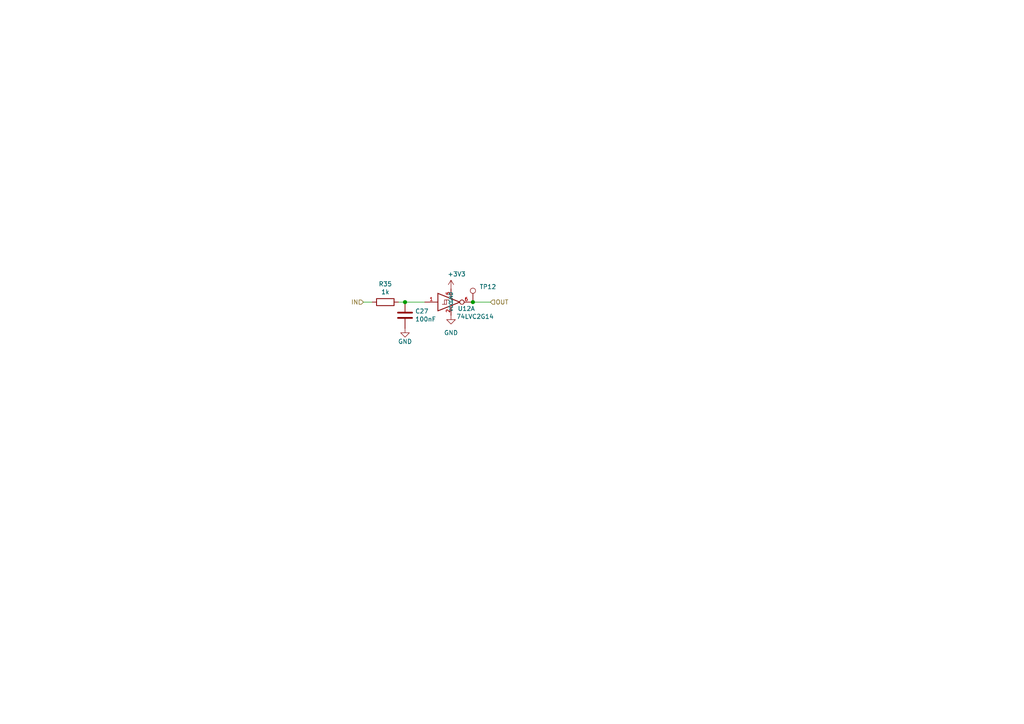
<source format=kicad_sch>
(kicad_sch (version 20201015) (generator eeschema)
  (paper "A4")
  (lib_symbols
    (symbol "74xGxx:74LVC2G14" (pin_names (offset 1.016))
      (property "Reference" "U" (at -11.43 -7.62 0))
      (property "Value" "74LVC2G14" (at 0 -12.7 0))
      (symbol "74LVC2G14_0_1"
        (polyline (pts (xy -1.905 -0.635) (xy -1.27 -0.635) (xy -1.27 0.635)))
        (polyline (pts (xy -3.81 2.54) (xy -3.81 -2.54) (xy 2.54 0) (xy -3.81 2.54)) (stroke (width 0.254)))
        (polyline (pts (xy -2.54 -0.635) (xy -1.905 -0.635) (xy -1.905 0.635) (xy -0.635 0.635)))
        (pin power_in line (at 0 -3.81 90) (length 2.54) (name "GND") (number "2"))
        (pin power_in line (at 0 3.81 270) (length 2.54) (name "VCC") (number "5"))
      )
      (symbol "74LVC2G14_1_1"
        (pin input line (at -7.62 0 0) (length 3.81) (name "~") (number "1"))
        (pin output inverted (at 6.35 0 180) (length 3.81) (name "~") (number "6"))
      )
      (symbol "74LVC2G14_2_1"
        (pin input line (at -7.62 0 0) (length 3.81) (name "~") (number "3"))
        (pin output inverted (at 6.35 0 180) (length 3.81) (name "~") (number "4"))
      )
    )
    (symbol "Connector:TestPoint" (pin_numbers hide) (pin_names (offset 0.762) hide)
      (property "Reference" "TP" (at 0 6.858 0))
      (property "Value" "TestPoint" (at 0 5.08 0))
      (symbol "TestPoint_0_1"
        (circle (center 0 3.302) (radius 0.762))
      )
      (symbol "TestPoint_1_1"
        (pin passive line (at 0 0 90) (length 2.54) (name "1") (number "1"))
      )
    )
    (symbol "Device:C" (pin_numbers hide) (pin_names (offset 0.254))
      (property "Reference" "C" (at 0.635 2.54 0))
      (property "Value" "C" (at 0.635 -2.54 0))
      (symbol "C_0_1"
        (polyline (pts (xy -2.032 -0.762) (xy 2.032 -0.762)) (stroke (width 0.508)))
        (polyline (pts (xy -2.032 0.762) (xy 2.032 0.762)) (stroke (width 0.508)))
      )
      (symbol "C_1_1"
        (pin passive line (at 0 3.81 270) (length 2.794) (name "~") (number "1"))
        (pin passive line (at 0 -3.81 90) (length 2.794) (name "~") (number "2"))
      )
    )
    (symbol "Device:R" (pin_numbers hide) (pin_names (offset 0))
      (property "Reference" "R" (at 2.032 0 90))
      (property "Value" "R" (at 0 0 90))
      (symbol "R_0_1"
        (rectangle (start -1.016 -2.54) (end 1.016 2.54) (stroke (width 0.254)))
      )
      (symbol "R_1_1"
        (pin passive line (at 0 3.81 270) (length 1.27) (name "~") (number "1"))
        (pin passive line (at 0 -3.81 90) (length 1.27) (name "~") (number "2"))
      )
    )
    (symbol "power:+3V3" (power) (pin_names (offset 0))
      (property "Value" "+3V3" (at 0 3.556 0))
      (symbol "+3V3_0_1"
        (polyline (pts (xy -0.762 1.27) (xy 0 2.54)))
        (polyline (pts (xy 0 0) (xy 0 2.54)))
        (polyline (pts (xy 0 2.54) (xy 0.762 1.27)))
      )
      (symbol "+3V3_1_1"
        (pin power_in line (at 0 0 90) (length 0) hide (name "+3V3") (number "1"))
      )
    )
    (symbol "power:GND" (power) (pin_names (offset 0))
      (property "Value" "GND" (at 0 -3.81 0))
      (symbol "GND_0_1"
        (polyline (pts (xy 0 0) (xy 0 -1.27) (xy 1.27 -1.27) (xy 0 -2.54) (xy -1.27 -1.27) (xy 0 -1.27)))
      )
      (symbol "GND_1_1"
        (pin power_in line (at 0 0 270) (length 0) hide (name "GND") (number "1"))
      )
    )
  )
  (junction (at 117.475 87.63) (diameter 1.016))
  (junction (at 137.16 87.63) (diameter 1.016))
  (wire (pts (xy 105.41 87.63) (xy 107.95 87.63)))
  (wire (pts (xy 115.57 87.63) (xy 117.475 87.63)))
  (wire (pts (xy 117.475 87.63) (xy 123.19 87.63)))
  (wire (pts (xy 142.24 87.63) (xy 137.16 87.63)))
  (hierarchical_label "IN" (shape input) (at 105.41 87.63 180))
  (hierarchical_label "OUT" (shape input) (at 142.24 87.63 0))
  (symbol (lib_id "Connector:TestPoint") (at 137.16 87.63 0)
    (property "Reference" "TP12" (at 139.065 83.185 0) (effects (justify left)))
    (property "Value" "TestPoint" (effects hide))
    (property "Footprint" "TCY_connectors:TestPoint_Pad_D0.5mm" (effects hide))
  )
  (symbol (lib_id "power:+3V3") (at 130.81 83.82 0)
    (property "Reference" "#PWR085" (effects hide))
    (property "Value" "+3V3" (at 132.4483 79.4956 0))
  )
  (symbol (lib_id "power:GND") (at 117.475 95.25 0)
    (property "Reference" "#PWR083" (effects hide))
    (property "Value" "GND" (at 117.475 99.06 0))
  )
  (symbol (lib_id "power:GND") (at 130.81 91.44 0)
    (property "Reference" "#PWR084" (effects hide))
    (property "Value" "GND" (at 130.81 96.52 0))
  )
  (symbol (lib_id "Device:R") (at 111.76 87.63 270)
    (property "Reference" "R35" (at 111.76 82.3722 90))
    (property "Value" "1k" (at 111.76 84.6836 90))
    (property "Footprint" "Resistor_SMD:R_0603_1608Metric" (effects hide))
  )
  (symbol (lib_id "Device:C") (at 117.475 91.44 0)
    (property "Reference" "C27" (at 120.396 90.2716 0) (effects (justify left)))
    (property "Value" "100nF" (at 120.396 92.583 0) (effects (justify left)))
    (property "Footprint" "Capacitor_SMD:C_0603_1608Metric" (effects hide))
  )
  (symbol (lib_id "74xGxx:74LVC2G14") (at 130.81 87.63 0)
    (property "Reference" "U12" (at 135.255 89.516 0))
    (property "Value" "74LVC2G14" (at 137.795 91.8145 0))
    (property "Footprint" "Package_TO_SOT_SMD:SOT-363_SC-70-6" (effects hide))
    (property "Datasheet" "https://www.ti.com/lit/ds/symlink/sn74lvc2g14.pdf" (effects hide))
  )
)
</source>
